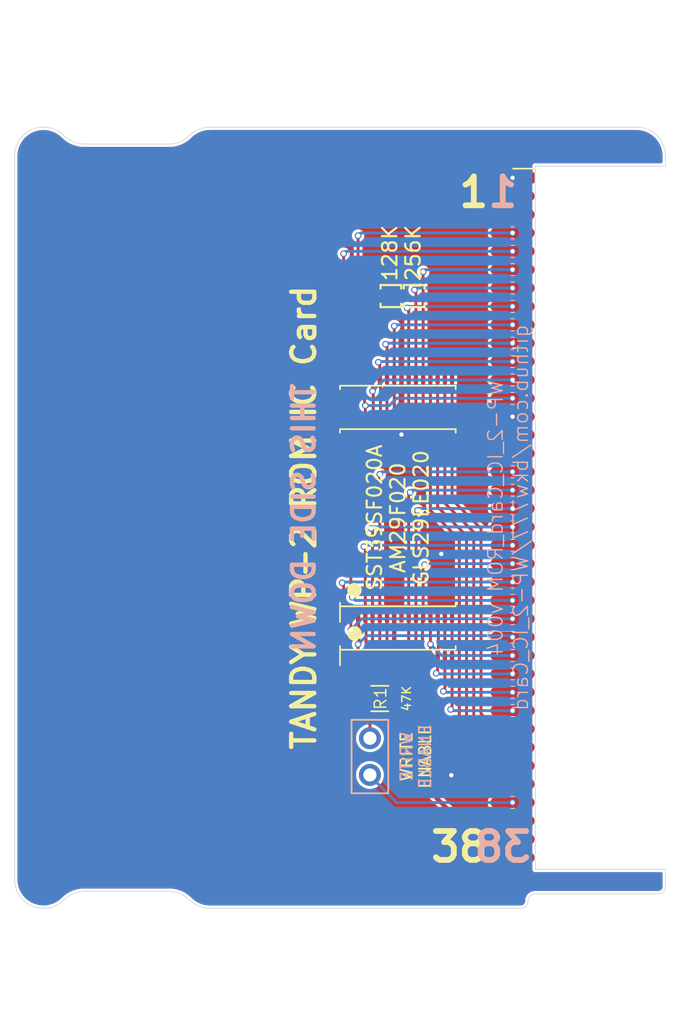
<source format=kicad_pcb>
(kicad_pcb (version 20211014) (generator pcbnew)
  (title_block (title "TANDY WP-2 ROM IC Card") (date "2021-09-23") (rev "004") (company "Brian K. White - b.kenyon.w@gmail.com"))
  (layers (0 "F.Cu" signal) (31 "B.Cu" signal) (35 "F.Paste" user) (36 "B.SilkS" user "B.Silkscreen") (37 "F.SilkS" user "F.Silkscreen") (38 "B.Mask" user) (39 "F.Mask" user) (44 "Edge.Cuts" user))
  (net 0 "")
  (net 1 "GND")
  (net 2 "/~{CE1}")
  (net 3 "/~{OE}")
  (net 4 "/D0")
  (net 5 "/D1")
  (net 6 "/D2")
  (net 7 "/D3")
  (net 8 "/D4")
  (net 9 "/D5")
  (net 10 "/D6")
  (net 11 "/D7")
  (net 12 "/A16")
  (net 13 "/A15")
  (net 14 "/A14")
  (net 15 "/A13")
  (net 16 "/A12")
  (net 17 "/A11")
  (net 18 "/A10")
  (net 19 "/A9")
  (net 20 "/A8")
  (net 21 "/A7")
  (net 22 "/A6")
  (net 23 "/A5")
  (net 24 "/A4")
  (net 25 "/A3")
  (net 26 "/A2")
  (net 27 "/A1")
  (net 28 "/A0")
  (net 29 "VDD")
  (net 30 "/A17")
  (net 31 "/~{WE}")
  (net 32 "/R~{W}")
  (footprint "0_LOCAL:PinSocket_1x38x1.27_edge_s" (layer "F.Cu") (at 158.75 99.695)
    (fp_text reference "J1" hide)
    (fp_text value "Conn_01x38_Female")
    (fp_line (start -1.524 -24.13) (end -0.127 -24.13) (layer "F.SilkS") (width 0.12))
    (fp_line (start -0.127 -24.13) (end -0.127 -23.9395) (layer "F.SilkS") (width 0.12))
    (pad "1" smd roundrect locked (at -1.57 -23.495) (size 3.048 0.762) (layers "F.Cu" "F.Paste" "F.Mask") (roundrect_rratio 0.1) (net 1 "GND"))
    (pad "2" smd oval locked (at -1.57 -22.225) (size 3.048 0.762) (layers "F.Cu" "F.Paste" "F.Mask"))
    (pad "3" smd oval locked (at -1.57 -20.955) (size 3.048 0.762) (layers "F.Cu" "F.Paste" "F.Mask"))
    (pad "4" smd oval locked (at -1.57 -19.685) (size 3.048 0.762) (layers "F.Cu" "F.Paste" "F.Mask") (net 2 "/~{CE1}"))
    (pad "5" smd oval locked (at -1.57 -18.415) (size 3.048 0.762) (layers "F.Cu" "F.Paste" "F.Mask") (net 3 "/~{OE}"))
    (pad "6" smd oval locked (at -1.57 -17.145) (size 3.048 0.762) (layers "F.Cu" "F.Paste" "F.Mask") (net 4 "/D0"))
    (pad "7" smd oval locked (at -1.57 -15.875) (size 3.048 0.762) (layers "F.Cu" "F.Paste" "F.Mask") (net 5 "/D1"))
    (pad "8" smd oval locked (at -1.57 -14.605) (size 3.048 0.762) (layers "F.Cu" "F.Paste" "F.Mask") (net 6 "/D2"))
    (pad "9" smd oval locked (at -1.57 -13.335) (size 3.048 0.762) (layers "F.Cu" "F.Paste" "F.Mask") (net 7 "/D3"))
    (pad "10" smd oval locked (at -1.57 -12.065) (size 3.048 0.762) (layers "F.Cu" "F.Paste" "F.Mask") (net 8 "/D4"))
    (pad "11" smd oval locked (at -1.57 -10.795) (size 3.048 0.762) (layers "F.Cu" "F.Paste" "F.Mask") (net 9 "/D5"))
    (pad "12" smd oval locked (at -1.57 -9.525) (size 3.048 0.762) (layers "F.Cu" "F.Paste" "F.Mask") (net 10 "/D6"))
    (pad "13" smd oval locked (at -1.57 -8.255) (size 3.048 0.762) (layers "F.Cu" "F.Paste" "F.Mask") (net 11 "/D7"))
    (pad "14" smd oval locked (at -1.57 -6.985) (size 3.048 0.762) (layers "F.Cu" "F.Paste" "F.Mask") (net 1 "GND"))
    (pad "15" smd oval locked (at -1.57 -5.715) (size 3.048 0.762) (layers "F.Cu" "F.Paste" "F.Mask"))
    (pad "16" smd oval locked (at -1.57 -4.445) (size 3.048 0.762) (layers "F.Cu" "F.Paste" "F.Mask"))
    (pad "17" smd oval locked (at -1.57 -3.175) (size 3.048 0.762) (layers "F.Cu" "F.Paste" "F.Mask") (net 30 "/A17"))
    (pad "18" smd oval locked (at -1.57 -1.905) (size 3.048 0.762) (layers "F.Cu" "F.Paste" "F.Mask") (net 12 "/A16"))
    (pad "19" smd oval locked (at -1.57 -0.635) (size 3.048 0.762) (layers "F.Cu" "F.Paste" "F.Mask") (net 13 "/A15"))
    (pad "20" smd oval locked (at -1.57 0.635) (size 3.048 0.762) (layers "F.Cu" "F.Paste" "F.Mask") (net 14 "/A14"))
    (pad "21" smd oval locked (at -1.57 1.905) (size 3.048 0.762) (layers "F.Cu" "F.Paste" "F.Mask") (net 15 "/A13"))
    (pad "22" smd oval locked (at -1.57 3.175) (size 3.048 0.762) (layers "F.Cu" "F.Paste" "F.Mask") (net 16 "/A12"))
    (pad "23" smd oval locked (at -1.57 4.445) (size 3.048 0.762) (layers "F.Cu" "F.Paste" "F.Mask") (net 17 "/A11"))
    (pad "24" smd oval locked (at -1.57 5.715) (size 3.048 0.762) (layers "F.Cu" "F.Paste" "F.Mask") (net 18 "/A10"))
    (pad "25" smd oval locked (at -1.57 6.985) (size 3.048 0.762) (layers "F.Cu" "F.Paste" "F.Mask") (net 19 "/A9"))
    (pad "26" smd oval locked (at -1.57 8.255) (size 3.048 0.762) (layers "F.Cu" "F.Paste" "F.Mask") (net 20 "/A8"))
    (pad "27" smd oval locked (at -1.57 9.525) (size 3.048 0.762) (layers "F.Cu" "F.Paste" "F.Mask") (net 21 "/A7"))
    (pad "28" smd oval locked (at -1.57 10.795) (size 3.048 0.762) (layers "F.Cu" "F.Paste" "F.Mask") (net 22 "/A6"))
    (pad "29" smd oval locked (at -1.57 12.065) (size 3.048 0.762) (layers "F.Cu" "F.Paste" "F.Mask") (net 23 "/A5"))
    (pad "30" smd oval locked (at -1.57 13.335) (size 3.048 0.762) (layers "F.Cu" "F.Paste" "F.Mask") (net 24 "/A4"))
    (pad "31" smd oval locked (at -1.57 14.605) (size 3.048 0.762) (layers "F.Cu" "F.Paste" "F.Mask") (net 25 "/A3"))
    (pad "32" smd oval locked (at -1.57 15.875) (size 3.048 0.762) (layers "F.Cu" "F.Paste" "F.Mask") (net 26 "/A2"))
    (pad "33" smd oval locked (at -1.57 17.145) (size 3.048 0.762) (layers "F.Cu" "F.Paste" "F.Mask") (net 27 "/A1"))
    (pad "34" smd oval locked (at -1.57 18.415) (size 3.048 0.762) (layers "F.Cu" "F.Paste" "F.Mask") (net 28 "/A0"))
    (pad "35" smd oval locked (at -1.57 19.685) (size 3.048 0.762) (layers "F.Cu" "F.Paste" "F.Mask") (net 32 "/R~{W}"))
    (pad "36" smd oval locked (at -1.57 20.955) (size 3.048 0.762) (layers "F.Cu" "F.Paste" "F.Mask"))
    (pad "37" smd oval locked (at -1.57 22.225) (size 3.048 0.762) (layers "F.Cu" "F.Paste" "F.Mask"))
    (pad "38" smd oval locked (at -1.57 23.495) (size 3.048 0.762) (layers "F.Cu" "F.Paste" "F.Mask") (net 29 "VDD"))
  )
  (footprint "0_LOCAL:R_0805" (layer "F.Cu") (at 148 112.195 180)
    (fp_text reference "R1" (at -0.05 0 90 unlocked) (layer "F.SilkS") (effects (font (size 0.8 0.8) (thickness 0.1))))
    (fp_text value "47K" (at -1.85 0 90) (layer "F.SilkS") (effects (font (size 0.6 0.6) (thickness 0.1))))
    (fp_line (start -0.6 -0.88) (end 0.6 -0.88) (layer "F.SilkS") (width 0.12))
    (fp_line (start 0.6 0.88) (end -0.6 0.88) (layer "F.SilkS") (width 0.12))
    (pad "1" smd roundrect locked (at -0.95 0 180) (size 0.7 1.3) (layers "F.Cu" "F.Paste" "F.Mask") (roundrect_rratio 0.1) (net 29 "VDD"))
    (pad "2" smd roundrect locked (at 0.95 0 180) (size 0.7 1.3) (layers "F.Cu" "F.Paste" "F.Mask") (roundrect_rratio 0.1) (net 31 "/~{WE}"))
  )
  (footprint "0_LOCAL:TSOP32-20mm" (layer "F.Cu") (at 149.25 99.695)
    (fp_text reference "U1" hide)
    (fp_text value "FLASH 256Kx8 5v Parallel")
    (fp_line (start 4 -9.125) (end -4 -9.125) (layer "F.SilkS") (width 0.12))
    (fp_line (start -4 10.2) (end -4 8.875) (layer "F.SilkS") (width 0.12))
    (fp_line (start -4 -9.125) (end -4 -8.875) (layer "F.SilkS") (width 0.12))
    (fp_line (start -4 9.125) (end 4 9.125) (layer "F.SilkS") (width 0.12))
    (fp_line (start 4 -9.125) (end 4 -8.875) (layer "F.SilkS") (width 0.12))
    (fp_line (start 4 9.125) (end 4 8.875) (layer "F.SilkS") (width 0.12))
    (fp_circle (center -3 8) (end -2.75 8) (layer "F.SilkS") (width 0.5) (fill none))
    (pad "1" smd roundrect locked (at -3.75 9.75) (size 0.3 1) (layers "F.Cu" "F.Paste" "F.Mask") (net 17 "/A11"))
    (pad "2" smd roundrect locked (at -3.25 9.75) (size 0.3 1) (layers "F.Cu" "F.Paste" "F.Mask") (net 19 "/A9"))
    (pad "3" smd roundrect locked (at -2.75 9.75) (size 0.3 1) (layers "F.Cu" "F.Paste" "F.Mask") (net 20 "/A8"))
    (pad "4" smd roundrect locked (at -2.25 9.75) (size 0.3 1) (layers "F.Cu" "F.Paste" "F.Mask") (net 15 "/A13"))
    (pad "5" smd roundrect locked (at -1.75 9.75) (size 0.3 1) (layers "F.Cu" "F.Paste" "F.Mask") (net 14 "/A14"))
    (pad "6" smd roundrect locked (at -1.25 9.75) (size 0.3 1) (layers "F.Cu" "F.Paste" "F.Mask") (net 30 "/A17"))
    (pad "7" smd roundrect locked (at -0.75 9.75) (size 0.3 1) (layers "F.Cu" "F.Paste" "F.Mask") (net 31 "/~{WE}"))
    (pad "8" smd roundrect locked (at -0.25 9.75) (size 0.3 1) (layers "F.Cu" "F.Paste" "F.Mask") (net 29 "VDD"))
    (pad "9" smd roundrect locked (at 0.25 9.75) (size 0.3 1) (layers "F.Cu" "F.Paste" "F.Mask"))
    (pad "10" smd roundrect locked (at 0.75 9.75) (size 0.3 1) (layers "F.Cu" "F.Paste" "F.Mask") (net 12 "/A16"))
    (pad "11" smd roundrect locked (at 1.25 9.75) (size 0.3 1) (layers "F.Cu" "F.Paste" "F.Mask") (net 13 "/A15"))
    (pad "12" smd roundrect locked (at 1.75 9.75) (size 0.3 1) (layers "F.Cu" "F.Paste" "F.Mask") (net 16 "/A12"))
    (pad "13" smd roundrect locked (at 2.25 9.75) (size 0.3 1) (layers "F.Cu" "F.Paste" "F.Mask") (net 21 "/A7"))
    (pad "14" smd roundrect locked (at 2.75 9.75) (size 0.3 1) (layers "F.Cu" "F.Paste" "F.Mask") (net 22 "/A6"))
    (pad "15" smd roundrect locked (at 3.25 9.75) (size 0.3 1) (layers "F.Cu" "F.Paste" "F.Mask") (net 23 "/A5"))
    (pad "16" smd roundrect locked (at 3.75 9.75) (size 0.3 1) (layers "F.Cu" "F.Paste" "F.Mask") (net 24 "/A4"))
    (pad "17" smd roundrect locked (at 3.75 -9.75) (size 0.3 1) (layers "F.Cu" "F.Paste" "F.Mask") (net 25 "/A3"))
    (pad "18" smd roundrect locked (at 3.25 -9.75) (size 0.3 1) (layers "F.Cu" "F.Paste" "F.Mask") (net 26 "/A2"))
    (pad "19" smd roundrect locked (at 2.75 -9.75) (size 0.3 1) (layers "F.Cu" "F.Paste" "F.Mask") (net 27 "/A1"))
    (pad "20" smd roundrect locked (at 2.25 -9.75) (size 0.3 1) (layers "F.Cu" "F.Paste" "F.Mask") (net 28 "/A0"))
    (pad "21" smd roundrect locked (at 1.75 -9.75) (size 0.3 1) (layers "F.Cu" "F.Paste" "F.Mask") (net 4 "/D0"))
    (pad "22" smd roundrect locked (at 1.25 -9.75) (size 0.3 1) (layers "F.Cu" "F.Paste" "F.Mask") (net 5 "/D1"))
    (pad "23" smd roundrect locked (at 0.75 -9.75) (size 0.3 1) (layers "F.Cu" "F.Paste" "F.Mask") (net 6 "/D2"))
    (pad "24" smd roundrect locked (at 0.25 -9.75) (size 0.3 1) (layers "F.Cu" "F.Paste" "F.Mask") (net 1 "GND"))
    (pad "25" smd roundrect locked (at -0.25 -9.75) (size 0.3 1) (layers "F.Cu" "F.Paste" "F.Mask") (net 7 "/D3"))
    (pad "26" smd roundrect locked (at -0.75 -9.75) (size 0.3 1) (layers "F.Cu" "F.Paste" "F.Mask") (net 8 "/D4"))
    (pad "27" smd roundrect locked (at -1.25 -9.75) (size 0.3 1) (layers "F.Cu" "F.Paste" "F.Mask") (net 9 "/D5"))
    (pad "28" smd roundrect locked (at -1.75 -9.75) (size 0.3 1) (layers "F.Cu" "F.Paste" "F.Mask") (net 10 "/D6"))
    (pad "29" smd roundrect locked (at -2.25 -9.75) (size 0.3 1) (layers "F.Cu" "F.Paste" "F.Mask") (net 11 "/D7"))
    (pad "30" smd roundrect locked (at -2.75 -9.75) (size 0.3 1) (layers "F.Cu" "F.Paste" "F.Mask") (net 2 "/~{CE1}"))
    (pad "31" smd roundrect locked (at -3.25 -9.75) (size 0.3 1) (layers "F.Cu" "F.Paste" "F.Mask") (net 18 "/A10"))
    (pad "32" smd roundrect locked (at -3.75 -9.75) (size 0.3 1) (layers "F.Cu" "F.Paste" "F.Mask") (net 3 "/~{OE}"))
  )
  (footprint "0_LOCAL:TSOP32-14mm" (layer "F.Cu") (at 149.25 99.695)
    (fp_text reference "U2" hide)
    (fp_text value "FLASH 256Kx8 5v Parallel")
    (fp_line (start 4 -6.125) (end 4 -5.875) (layer "F.SilkS") (width 0.12))
    (fp_line (start -4 -6.125) (end -4 -5.875) (layer "F.SilkS") (width 0.12))
    (fp_line (start 4 -6.125) (end -4 -6.125) (layer "F.SilkS") (width 0.12))
    (fp_line (start -4 7.2) (end -4 5.875) (layer "F.SilkS") (width 0.12))
    (fp_line (start 4 6.125) (end 4 5.875) (layer "F.SilkS") (width 0.12))
    (fp_line (start -4 6.125) (end 4 6.125) (layer "F.SilkS") (width 0.12))
    (fp_circle (center -3 5) (end -2.75 5) (layer "F.SilkS") (width 0.5) (fill none))
    (pad "1" smd roundrect locked (at -3.75 6.75) (size 0.3 1) (layers "F.Cu" "F.Paste" "F.Mask") (net 17 "/A11"))
    (pad "2" smd roundrect locked (at -3.25 6.75) (size 0.3 1) (layers "F.Cu" "F.Paste" "F.Mask") (net 19 "/A9"))
    (pad "3" smd roundrect locked (at -2.75 6.75) (size 0.3 1) (layers "F.Cu" "F.Paste" "F.Mask") (net 20 "/A8"))
    (pad "4" smd roundrect locked (at -2.25 6.75) (size 0.3 1) (layers "F.Cu" "F.Paste" "F.Mask") (net 15 "/A13"))
    (pad "5" smd roundrect locked (at -1.75 6.75) (size 0.3 1) (layers "F.Cu" "F.Paste" "F.Mask") (net 14 "/A14"))
    (pad "6" smd roundrect locked (at -1.25 6.75) (size 0.3 1) (layers "F.Cu" "F.Paste" "F.Mask") (net 30 "/A17"))
    (pad "7" smd roundrect locked (at -0.75 6.75) (size 0.3 1) (layers "F.Cu" "F.Paste" "F.Mask") (net 31 "/~{WE}"))
    (pad "8" smd roundrect locked (at -0.25 6.75) (size 0.3 1) (layers "F.Cu" "F.Paste" "F.Mask") (net 29 "VDD"))
    (pad "9" smd roundrect locked (at 0.25 6.75) (size 0.3 1) (layers "F.Cu" "F.Paste" "F.Mask"))
    (pad "10" smd roundrect locked (at 0.75 6.75) (size 0.3 1) (layers "F.Cu" "F.Paste" "F.Mask") (net 12 "/A16"))
    (pad "11" smd roundrect locked (at 1.25 6.75) (size 0.3 1) (layers "F.Cu" "F.Paste" "F.Mask") (net 13 "/A15"))
    (pad "12" smd roundrect locked (at 1.75 6.75) (size 0.3 1) (layers "F.Cu" "F.Paste" "F.Mask") (net 16 "/A12"))
    (pad "13" smd roundrect locked (at 2.25 6.75) (size 0.3 1) (layers "F.Cu" "F.Paste" "F.Mask") (net 21 "/A7"))
    (pad "14" smd roundrect locked (at 2.75 6.75) (size 0.3 1) (layers "F.Cu" "F.Paste" "F.Mask") (net 22 "/A6"))
    (pad "15" smd roundrect locked (at 3.25 6.75) (size 0.3 1) (layers "F.Cu" "F.Paste" "F.Mask") (net 23 "/A5"))
    (pad "16" smd roundrect locked (at 3.75 6.75) (size 0.3 1) (layers "F.Cu" "F.Paste" "F.Mask") (net 24 "/A4"))
    (pad "17" smd roundrect locked (at 3.75 -6.75) (size 0.3 1) (layers "F.Cu" "F.Paste" "F.Mask") (net 25 "/A3"))
    (pad "18" smd roundrect locked (at 3.25 -6.75) (size 0.3 1) (layers "F.Cu" "F.Paste" "F.Mask") (net 26 "/A2"))
    (pad "19" smd roundrect locked (at 2.75 -6.75) (size 0.3 1) (layers "F.Cu" "F.Paste" "F.Mask") (net 27 "/A1"))
    (pad "20" smd roundrect locked (at 2.25 -6.75) (size 0.3 1) (layers "F.Cu" "F.Paste" "F.Mask") (net 28 "/A0"))
    (pad "21" smd roundrect locked (at 1.75 -6.75) (size 0.3 1) (layers "F.Cu" "F.Paste" "F.Mask") (net 4 "/D0"))
    (pad "22" smd roundrect locked (at 1.25 -6.75) (size 0.3 1) (layers "F.Cu" "F.Paste" "F.Mask") (net 5 "/D1"))
    (pad "23" smd roundrect locked (at 0.75 -6.75) (size 0.3 1) (layers "F.Cu" "F.Paste" "F.Mask") (net 6 "/D2"))
    (pad "24" smd roundrect locked (at 0.25 -6.75) (size 0.3 1) (layers "F.Cu" "F.Paste" "F.Mask") (net 1 "GND"))
    (pad "25" smd roundrect locked (at -0.25 -6.75) (size 0.3 1) (layers "F.Cu" "F.Paste" "F.Mask") (net 7 "/D3"))
    (pad "26" smd roundrect locked (at -0.75 -6.75) (size 0.3 1) (layers "F.Cu" "F.Paste" "F.Mask") (net 8 "/D4"))
    (pad "27" smd roundrect locked (at -1.25 -6.75) (size 0.3 1) (layers "F.Cu" "F.Paste" "F.Mask") (net 9 "/D5"))
    (pad "28" smd roundrect locked (at -1.75 -6.75) (size 0.3 1) (layers "F.Cu" "F.Paste" "F.Mask") (net 10 "/D6"))
    (pad "29" smd roundrect locked (at -2.25 -6.75) (size 0.3 1) (layers "F.Cu" "F.Paste" "F.Mask") (net 11 "/D7"))
    (pad "30" smd roundrect locked (at -2.75 -6.75) (size 0.3 1) (layers "F.Cu" "F.Paste" "F.Mask") (net 2 "/~{CE1}"))
    (pad "31" smd roundrect locked (at -3.25 -6.75) (size 0.3 1) (layers "F.Cu" "F.Paste" "F.Mask") (net 18 "/A10"))
    (pad "32" smd roundrect locked (at -3.75 -6.75) (size 0.3 1) (layers "F.Cu" "F.Paste" "F.Mask") (net 3 "/~{OE}"))
  )
  (footprint "0_LOCAL:JP2" (layer "F.Cu") (at 147.32 116.205 90)
    (fp_text reference "JP1" hide)
    (fp_text value "Write-Enable" hide)
    (pad "1" thru_hole circle locked (at -1.27 0 90) (size 1.524 1.524) (drill 0.9144) (layers *.Cu *.Mask) (net 32 "/R~{W}"))
    (pad "2" thru_hole circle locked (at 1.27 0 90) (size 1.524 1.524) (drill 0.9144) (layers *.Cu *.Mask) (net 31 "/~{WE}"))
  )
  (gr_line (start 148.59 113.665) (end 146.05 113.665) (layer "B.SilkS") (width 0.12))
  (gr_line (start 146.05 113.665) (end 146.05 118.745) (layer "B.SilkS") (width 0.12))
  (gr_line (start 148.59 118.745) (end 148.59 113.665) (layer "B.SilkS") (width 0.12))
  (gr_line (start 146.05 118.745) (end 148.59 118.745) (layer "B.SilkS") (width 0.12))
  (gr_line (start 148.59 113.665) (end 146.05 113.665) (layer "F.SilkS") (width 0.12))
  (gr_line (start 146.05 113.665) (end 146.05 118.745) (layer "F.SilkS") (width 0.12))
  (gr_line (start 148.59 118.745) (end 148.59 113.665) (layer "F.SilkS") (width 0.12))
  (gr_line (start 146.05 118.745) (end 148.59 118.745) (layer "F.SilkS") (width 0.12))
  (gr_line (start 167.75 75.395) (end 158.75 75.395) (layer "Edge.Cuts") (width 0.05))
  (gr_line (start 136.25 72.695) (end 165.75 72.695) (layer "Edge.Cuts") (width 0.05))
  (gr_arc (start 136.25 126.695) (mid 135.484633 126.542759) (end 134.835786 126.109214) (layer "Edge.Cuts") (width 0.05))
  (gr_arc (start 127.578426 73.866573) (mid 126.813059 73.714332) (end 126.164212 73.280787) (layer "Edge.Cuts") (width 0.05))
  (gr_arc (start 134.835786 73.280786) (mid 134.186939 73.714332) (end 133.421572 73.866573) (layer "Edge.Cuts") (width 0.05))
  (gr_arc (start 133.421572 125.523427) (mid 134.186939 125.675668) (end 134.835786 126.109214) (layer "Edge.Cuts") (width 0.05))
  (gr_line (start 167.75 74.695) (end 167.75 75.395) (layer "Edge.Cuts") (width 0.05))
  (gr_line (start 127.578428 125.523427) (end 133.421572 125.523427) (layer "Edge.Cuts") (width 0.05))
  (gr_arc (start 126.164214 126.109214) (mid 126.813061 125.675668) (end 127.578428 125.523427) (layer "Edge.Cuts") (width 0.05))
  (gr_arc (start 122.75 74.695) (mid 123.984633 72.847242) (end 126.164212 73.280787) (layer "Edge.Cuts") (width 0.05))
  (gr_arc (start 165.75 72.695) (mid 167.164214 73.280786) (end 167.75 74.695) (layer "Edge.Cuts") (width 0.05))
  (gr_arc (start 167.75 125.195) (mid 167.603553 125.548553) (end 167.25 125.695) (layer "Edge.Cuts") (width 0.05))
  (gr_arc (start 126.164214 126.109214) (mid 123.984633 126.54276) (end 122.75 124.695) (layer "Edge.Cuts") (width 0.05))
  (gr_arc (start 158.25 126.195) (mid 158.396447 125.841447) (end 158.75 125.695) (layer "Edge.Cuts") (width 0.05))
  (gr_line (start 158.75 75.395) (end 158.75 123.995) (layer "Edge.Cuts") (width 0.05))
  (gr_line (start 122.75 124.695) (end 122.75 74.695) (layer "Edge.Cuts") (width 0.05))
  (gr_line (start 133.421572 73.866573) (end 127.578426 73.866573) (layer "Edge.Cuts") (width 0.05))
  (gr_arc (start 134.835786 73.280786) (mid 135.484633 72.84724) (end 136.25 72.695) (layer "Edge.Cuts") (width 0.05))
  (gr_line (start 158.75 123.995) (end 167.75 123.995) (layer "Edge.Cuts") (width 0.05))
  (gr_line (start 157.75 126.695) (end 136.25 126.695) (layer "Edge.Cuts") (width 0.05))
  (gr_line (start 167.25 125.695) (end 158.75 125.695) (layer "Edge.Cuts") (width 0.05))
  (gr_line (start 167.75 123.995) (end 167.75 125.195) (layer "Edge.Cuts") (width 0.05))
  (gr_arc (start 158.25 126.195) (mid 158.103553 126.548553) (end 157.75 126.695) (layer "Edge.Cuts") (width 0.05))
  (gr_text "github.com/bkw777/WP-2_IC_Card" (at 157.75 99.695 -270) (layer "B.SilkS") (effects (font (size 1 1) (thickness 0.1)) (justify mirror)))
  (gr_text "1" (at 156.5 77.195) (layer "B.SilkS") (effects (font (size 2 2) (thickness 0.4)) (justify mirror)))
  (gr_text "WRITE\nENABLE" (at 150.495 116.205 90) (layer "B.SilkS") (effects (font (size 0.8 0.8) (thickness 0.12)) (justify mirror)))
  (gr_text "WP-2_IC_Card_ROM v004" (at 156 99.695 90) (layer "B.SilkS") (effects (font (size 1 1) (thickness 0.1)) (justify mirror)))
  (gr_text "38" (at 156.5 122.445) (layer "B.SilkS") (effects (font (size 2 2) (thickness 0.4)) (justify mirror)))
  (gr_text "THIS SIDE DOWN" (at 142.75 99.695 90) (layer "B.SilkS") (effects (font (size 1.5 1.5) (thickness 0.3)) (justify mirror)))
  (gr_text "1" (at 154.5 77.195) (layer "F.SilkS") (effects (font (size 2 2) (thickness 0.4))))
  (gr_text "38" (at 153.5 122.445) (layer "F.SilkS") (effects (font (size 2 2) (thickness 0.4))))
  (gr_text "SST39SF020A\nAM29F020\nGLS29EE020" (at 149.25 99.695 90) (layer "F.SilkS") (effects (font (size 1 1))))
  (gr_text "[ ]128K\n[ ]256K" (at 149.5 82.445 90) (layer "F.SilkS") (effects (font (size 1 1))))
  (gr_text "WRITE\nENABLE" (at 150.495 116.205 90) (layer "F.SilkS") (effects (font (size 0.8 0.8) (thickness 0.12))))
  (gr_text "TANDY WP-2 ROM IC Card" (at 142.75 99.695 90) (layer "F.SilkS") (effects (font (size 1.6 1.6) (thickness 0.3))))
  (via (at 149.5 93.945) (size 0.46) (drill 0.3) (layers "F.Cu" "B.Cu") (net 1))
  (via (at 157.18 76.2) (size 0.46) (drill 0.3) (layers "F.Cu" "B.Cu") (net 1))
  (via (at 152.25 102.195) (size 0.46) (drill 0.3) (layers "F.Cu" "B.Cu") (net 1))
  (via (at 157.18 92.71) (size 0.46) (drill 0.3) (layers "F.Cu" "B.Cu") (net 1))
  (via (at 152.95 117.495) (size 0.46) (drill 0.3) (layers "F.Cu" "B.Cu") (net 1))
  (segment (start 146.5 89.945) (end 146.5 80.195) (width 0.2) (layer "F.Cu") (net 2))
  (segment (start 146.5 92.945) (end 146.45 92.895) (width 0.2) (layer "F.Cu") (net 2))
  (segment (start 146.45 92.895) (end 146.45 89.995) (width 0.2) (layer "F.Cu") (net 2))
  (segment (start 146.45 89.995) (end 146.5 89.945) (width 0.2) (layer "F.Cu") (net 2))
  (via (at 146.5 80.195) (size 0.46) (drill 0.3) (layers "F.Cu" "B.Cu") (net 2))
  (via (at 157.18 80.01) (size 0.46) (drill 0.3) (layers "F.Cu" "B.Cu") (net 2))
  (segment (start 146.5 80.195) (end 146.5 80.195) (width 0.2) (layer "B.Cu") (net 2))
  (segment (start 157.18 80.01) (end 146.685 80.01) (width 0.2) (layer "B.Cu") (net 2))
  (segment (start 146.685 80.01) (end 146.5 80.195) (width 0.2) (layer "B.Cu") (net 2))
  (segment (start 145.5 92.945) (end 145.5 89.945) (width 0.2) (layer "F.Cu") (net 3))
  (segment (start 145.5 89.945) (end 145.5 81.445) (width 0.2) (layer "F.Cu") (net 3))
  (via (at 157.18 81.28) (size 0.46) (drill 0.3) (layers "F.Cu" "B.Cu") (net 3))
  (via (at 145.5 81.445) (size 0.46) (drill 0.3) (layers "F.Cu" "B.Cu") (net 3))
  (segment (start 145.5 81.445) (end 145.5 81.445) (width 0.2) (layer "B.Cu") (net 3))
  (segment (start 145.665 81.28) (end 145.5 81.445) (width 0.2) (layer "B.Cu") (net 3))
  (segment (start 157.18 81.28) (end 145.665 81.28) (width 0.2) (layer "B.Cu") (net 3))
  (segment (start 151 89.945) (end 151 82.695) (width 0.2) (layer "F.Cu") (net 4))
  (segment (start 151 92.945) (end 151 89.945) (width 0.2) (layer "F.Cu") (net 4))
  (via (at 157.18 82.55) (size 0.46) (drill 0.3) (layers "F.Cu" "B.Cu") (net 4))
  (via (at 151 82.695) (size 0.46) (drill 0.3) (layers "F.Cu" "B.Cu") (net 4))
  (segment (start 151 82.695) (end 151 82.695) (width 0.2) (layer "B.Cu") (net 4))
  (segment (start 157.18 82.55) (end 151.145 82.55) (width 0.2) (layer "B.Cu") (net 4))
  (segment (start 151.145 82.55) (end 151 82.695) (width 0.2) (layer "B.Cu") (net 4))
  (segment (start 150.5 84.045) (end 150.4 83.945) (width 0.2) (layer "F.Cu") (net 5))
  (segment (start 150.5 92.945) (end 150.5 89.945) (width 0.2) (layer "F.Cu") (net 5))
  (segment (start 150.5 89.945) (end 150.5 84.045) (width 0.2) (layer "F.Cu") (net 5))
  (via (at 157.18 83.82) (size 0.46) (drill 0.3) (layers "F.Cu" "B.Cu") (net 5))
  (via (at 150.4 83.945) (size 0.46) (drill 0.3) (layers "F.Cu" "B.Cu") (net 5))
  (segment (start 150.4 83.945) (end 150.525 83.82) (width 0.2) (layer "B.Cu") (net 5))
  (segment (start 150.525 83.82) (end 157.18 83.82) (width 0.2) (layer "B.Cu") (net 5))
  (segment (start 150 92.945) (end 150 89.945) (width 0.2) (layer "F.Cu") (net 6))
  (segment (start 150 89.945) (end 150 85.295) (width 0.2) (layer "F.Cu") (net 6))
  (segment (start 150 85.295) (end 149.9 85.195) (width 0.2) (layer "F.Cu") (net 6))
  (via (at 149.9 85.195) (size 0.46) (drill 0.3) (layers "F.Cu" "B.Cu") (net 6))
  (via (at 157.18 85.09) (size 0.46) (drill 0.3) (layers "F.Cu" "B.Cu") (net 6))
  (segment (start 150 85.195) (end 150 85.195) (width 0.2) (layer "B.Cu") (net 6))
  (segment (start 150.005 85.09) (end 157.18 85.09) (width 0.2) (layer "B.Cu") (net 6))
  (segment (start 149.9 85.195) (end 150.005 85.09) (width 0.2) (layer "B.Cu") (net 6))
  (segment (start 149 89.945) (end 149 86.445) (width 0.2) (layer "F.Cu") (net 7))
  (segment (start 149 92.945) (end 149 89.945) (width 0.2) (layer "F.Cu") (net 7))
  (via (at 157.18 86.36) (size 0.46) (drill 0.3) (layers "F.Cu" "B.Cu") (net 7))
  (via (at 149 86.445) (size 0.46) (drill 0.3) (layers "F.Cu" "B.Cu") (net 7))
  (segment (start 149 86.445) (end 149 86.445) (width 0.2) (layer "B.Cu") (net 7))
  (segment (start 157.18 86.36) (end 149.085 86.36) (width 0.2) (layer "B.Cu") (net 7))
  (segment (start 149.085 86.36) (end 149 86.445) (width 0.2) (layer "B.Cu") (net 7))
  (segment (start 148.5 89.945) (end 148.5 87.795) (width 0.2) (layer "F.Cu") (net 8))
  (segment (start 148.5 87.795) (end 148.4 87.695) (width 0.2) (layer "F.Cu") (net 8))
  (segment (start 148.5 92.945) (end 148.5 89.945) (width 0.2) (layer "F.Cu") (net 8))
  (via (at 157.18 87.63) (size 0.46) (drill 0.3) (layers "F.Cu" "B.Cu") (net 8))
  (via (at 148.4 87.695) (size 0.46) (drill 0.3) (layers "F.Cu" "B.Cu") (net 8))
  (segment (start 148.465 87.63) (end 157.18 87.63) (width 0.2) (layer "B.Cu") (net 8))
  (segment (start 148.4 87.695) (end 148.465 87.63) (width 0.2) (layer "B.Cu") (net 8))
  (segment (start 148 89.945) (end 148 89.045) (width 0.2) (layer "F.Cu") (net 9))
  (segment (start 148.05 89.995) (end 148 89.945) (width 0.2) (layer "F.Cu") (net 9))
  (segment (start 148 92.945) (end 148.05 92.895) (width 0.2) (layer "F.Cu") (net 9))
  (segment (start 148 89.045) (end 147.9 88.945) (width 0.2) (layer "F.Cu") (net 9))
  (segment (start 148.05 92.895) (end 148.05 89.995) (width 0.2) (layer "F.Cu") (net 9))
  (via (at 157.18 88.9) (size 0.46) (drill 0.3) (layers "F.Cu" "B.Cu") (net 9))
  (via (at 147.9 88.945) (size 0.46) (drill 0.3) (layers "F.Cu" "B.Cu") (net 9))
  (segment (start 147.9 88.945) (end 147.945 88.9) (width 0.2) (layer "B.Cu") (net 9))
  (segment (start 147.945 88.9) (end 157.18 88.9) (width 0.2) (layer "B.Cu") (net 9))
  (segment (start 147.5 90.945) (end 147.5 89.945) (width 0.2) (layer "F.Cu") (net 10))
  (segment (start 147.55 92.895) (end 147.5 92.945) (width 0.2) (layer "F.Cu") (net 10))
  (segment (start 147.55 90.995) (end 147.55 92.895) (width 0.2) (layer "F.Cu") (net 10))
  (segment (start 147.5 90.945) (end 147.55 90.995) (width 0.2) (layer "F.Cu") (net 10))
  (via (at 147.5 90.945) (size 0.46) (drill 0.3) (layers "F.Cu" "B.Cu") (net 10))
  (via (at 157.18 90.17) (size 0.46) (drill 0.3) (layers "F.Cu" "B.Cu") (net 10))
  (segment (start 148.275 90.17) (end 157.18 90.17) (width 0.2) (layer "B.Cu") (net 10))
  (segment (start 147.5 90.945) (end 148.275 90.17) (width 0.2) (layer "B.Cu") (net 10))
  (segment (start 147 91.945) (end 146.95 91.895) (width 0.2) (layer "F.Cu") (net 11))
  (segment (start 146.95 89.995) (end 147 89.945) (width 0.2) (layer "F.Cu") (net 11))
  (segment (start 147 91.945) (end 147 92.945) (width 0.2) (layer "F.Cu") (net 11))
  (segment (start 146.95 91.895) (end 146.95 89.995) (width 0.2) (layer "F.Cu") (net 11))
  (via (at 157.18 91.44) (size 0.46) (drill 0.3) (layers "F.Cu" "B.Cu") (net 11))
  (via (at 147 91.945) (size 0.46) (drill 0.3) (layers "F.Cu" "B.Cu") (net 11))
  (segment (start 149.155 91.44) (end 157.18 91.44) (width 0.2) (layer "B.Cu") (net 11))
  (segment (start 147 91.945) (end 148.65 91.945) (width 0.2) (layer "B.Cu") (net 11))
  (segment (start 148.65 91.945) (end 149.155 91.44) (width 0.2) (layer "B.Cu") (net 11))
  (segment (start 150 98.045) (end 150.1 97.945) (width 0.2) (layer "F.Cu") (net 12))
  (segment (start 150 109.445) (end 150 106.445) (width 0.2) (layer "F.Cu") (net 12))
  (segment (start 150 106.445) (end 150 98.045) (width 0.2) (layer "F.Cu") (net 12))
  (via (at 157.18 97.79) (size 0.46) (drill 0.3) (layers "F.Cu" "B.Cu") (net 12))
  (via (at 150.1 97.945) (size 0.46) (drill 0.3) (layers "F.Cu" "B.Cu") (net 12))
  (segment (start 150.1 97.945) (end 150.255 97.79) (width 0.2) (layer "B.Cu") (net 12))
  (segment (start 150.255 97.79) (end 157.18 97.79) (width 0.2) (layer "B.Cu") (net 12))
  (segment (start 150.5 99.295) (end 150.6 99.195) (width 0.2) (layer "F.Cu") (net 13))
  (segment (start 150.5 106.445) (end 150.5 99.295) (width 0.2) (layer "F.Cu") (net 13))
  (segment (start 150.5 109.445) (end 150.5 106.445) (width 0.2) (layer "F.Cu") (net 13))
  (via (at 150.6 99.195) (size 0.46) (drill 0.3) (layers "F.Cu" "B.Cu") (net 13))
  (via (at 157.18 99.06) (size 0.46) (drill 0.3) (layers "F.Cu" "B.Cu") (net 13))
  (segment (start 150.735 99.06) (end 157.18 99.06) (width 0.2) (layer "B.Cu") (net 13))
  (segment (start 150.6 99.195) (end 150.735 99.06) (width 0.2) (layer "B.Cu") (net 13))
  (segment (start 147.5 109.445) (end 147.5 106.445) (width 0.2) (layer "F.Cu") (net 14))
  (segment (start 147.5 106.445) (end 147.5 100.545) (width 0.2) (layer "F.Cu") (net 14))
  (segment (start 147.5 100.545) (end 147.4 100.445) (width 0.2) (layer "F.Cu") (net 14))
  (via (at 147.4 100.445) (size 0.46) (drill 0.3) (layers "F.Cu" "B.Cu") (net 14))
  (via (at 157.18 100.33) (size 0.46) (drill 0.3) (layers "F.Cu" "B.Cu") (net 14))
  (segment (start 147.515 100.33) (end 157.18 100.33) (width 0.2) (layer "B.Cu") (net 14))
  (segment (start 147.4 100.445) (end 147.515 100.33) (width 0.2) (layer "B.Cu") (net 14))
  (segment (start 147 101.795) (end 146.9 101.695) (width 0.2) (layer "F.Cu") (net 15))
  (segment (start 147 106.445) (end 147 101.795) (width 0.2) (layer "F.Cu") (net 15))
  (segment (start 147.05 109.395) (end 147.05 106.495) (width 0.2) (layer "F.Cu") (net 15))
  (segment (start 147.05 106.495) (end 147 106.445) (width 0.2) (layer "F.Cu") (net 15))
  (segment (start 147 109.445) (end 147.05 109.395) (width 0.2) (layer "F.Cu") (net 15))
  (via (at 157.18 101.6) (size 0.46) (drill 0.3) (layers "F.Cu" "B.Cu") (net 15))
  (via (at 146.9 101.695) (size 0.46) (drill 0.3) (layers "F.Cu" "B.Cu") (net 15))
  (segment (start 146.995 101.6) (end 157.18 101.6) (width 0.2) (layer "B.Cu") (net 15))
  (segment (start 146.9 101.695) (end 146.995 101.6) (width 0.2) (layer "B.Cu") (net 15))
  (segment (start 150.95 109.395) (end 150.95 106.495) (width 0.2) (layer "F.Cu") (net 16))
  (segment (start 151 106.445) (end 151 103.045) (width 0.2) (layer "F.Cu") (net 16))
  (segment (start 150.95 106.495) (end 151 106.445) (width 0.2) (layer "F.Cu") (net 16))
  (segment (start 151 103.045) (end 151.1 102.945) (width 0.2) (layer "F.Cu") (net 16))
  (segment (start 151 109.445) (end 150.95 109.395) (width 0.2) (layer "F.Cu") (net 16))
  (via (at 151.1 102.945) (size 0.46) (drill 0.3) (layers "F.Cu" "B.Cu") (net 16))
  (via (at 157.18 102.87) (size 0.46) (drill 0.3) (layers "F.Cu" "B.Cu") (net 16))
  (segment (start 151.1 102.945) (end 151.175 102.87) (width 0.2) (layer "B.Cu") (net 16))
  (segment (start 151.175 102.87) (end 157.18 102.87) (width 0.2) (layer "B.Cu") (net 16))
  (segment (start 145.5 104.295) (end 145.4 104.195) (width 0.2) (layer "F.Cu") (net 17))
  (segment (start 145.45 106.495) (end 145.5 106.445) (width 0.2) (layer "F.Cu") (net 17))
  (segment (start 145.5 106.445) (end 145.5 104.295) (width 0.2) (layer "F.Cu") (net 17))
  (segment (start 145.45 109.395) (end 145.45 106.495) (width 0.2) (layer "F.Cu") (net 17))
  (segment (start 145.5 109.445) (end 145.45 109.395) (width 0.2) (layer "F.Cu") (net 17))
  (via (at 145.4 104.195) (size 0.46) (drill 0.3) (layers "F.Cu" "B.Cu") (net 17))
  (via (at 157.18 104.14) (size 0.46) (drill 0.3) (layers "F.Cu" "B.Cu") (net 17))
  (segment (start 145.4 104.195) (end 145.455 104.14) (width 0.2) (layer "B.Cu") (net 17))
  (segment (start 145.455 104.14) (end 157.18 104.14) (width 0.2) (layer "B.Cu") (net 17))
  (segment (start 146 92.945) (end 146 89.945) (width 0.2) (layer "F.Cu") (net 18))
  (segment (start 146 105.095) (end 146.1 105.195) (width 0.2) (layer "F.Cu") (net 18))
  (segment (start 146 92.945) (end 146 105.095) (width 0.2) (layer "F.Cu") (net 18))
  (via (at 157.18 105.41) (size 0.46) (drill 0.3) (layers "F.Cu" "B.Cu") (net 18))
  (via (at 146.1 105.195) (size 0.46) (drill 0.3) (layers "F.Cu" "B.Cu") (net 18))
  (segment (start 146.315 105.41) (end 157.18 105.41) (width 0.2) (layer "B.Cu") (net 18))
  (segment (start 146.1 105.195) (end 146.315 105.41) (width 0.2) (layer "B.Cu") (net 18))
  (segment (start 145.95 109.395) (end 145.95 107.495) (width 0.2) (layer "F.Cu") (net 19))
  (segment (start 146 107.445) (end 146 106.445) (width 0.2) (layer "F.Cu") (net 19))
  (segment (start 146 109.445) (end 145.95 109.395) (width 0.2) (layer "F.Cu") (net 19))
  (segment (start 145.95 107.495) (end 146 107.445) (width 0.2) (layer "F.Cu") (net 19))
  (via (at 157.18 106.68) (size 0.46) (drill 0.3) (layers "F.Cu" "B.Cu") (net 19))
  (via (at 146 107.445) (size 0.46) (drill 0.3) (layers "F.Cu" "B.Cu") (net 19))
  (segment (start 146 107.445) (end 146 107.445) (width 0.2) (layer "B.Cu") (net 19))
  (segment (start 146.765 106.68) (end 146 107.445) (width 0.2) (layer "B.Cu") (net 19))
  (segment (start 157.18 106.68) (end 146.765 106.68) (width 0.2) (layer "B.Cu") (net 19))
  (segment (start 146.55 108.395) (end 146.55 106.495) (width 0.2) (layer "F.Cu") (net 20))
  (segment (start 146.5 108.445) (end 146.55 108.395) (width 0.2) (layer "F.Cu") (net 20))
  (segment (start 146.55 106.495) (end 146.5 106.445) (width 0.2) (layer "F.Cu") (net 20))
  (segment (start 146.5 108.445) (end 146.5 109.445) (width 0.2) (layer "F.Cu") (net 20))
  (via (at 157.18 107.95) (size 0.46) (drill 0.3) (layers "F.Cu" "B.Cu") (net 20))
  (via (at 146.5 108.445) (size 0.46) (drill 0.3) (layers "F.Cu" "B.Cu") (net 20))
  (segment (start 146.5 108.445) (end 147.1 107.845) (width 0.2) (layer "B.Cu") (net 20))
  (segment (start 157.075 107.845) (end 157.18 107.95) (width 0.2) (layer "B.Cu") (net 20))
  (segment (start 147.1 107.845) (end 157.075 107.845) (width 0.2) (layer "B.Cu") (net 20))
  (segment (start 151.5 108.445) (end 151.5 106.445) (width 0.2) (layer "F.Cu") (net 21))
  (segment (start 151.5 109.445) (end 151.5 108.445) (width 0.2) (layer "F.Cu") (net 21))
  (via (at 151.5 108.445) (size 0.46) (drill 0.3) (layers "F.Cu" "B.Cu") (net 21))
  (via (at 157.18 109.22) (size 0.46) (drill 0.3) (layers "F.Cu" "B.Cu") (net 21))
  (segment (start 152.275 109.22) (end 157.18 109.22) (width 0.2) (layer "B.Cu") (net 21))
  (segment (start 151.5 108.445) (end 152.275 109.22) (width 0.2) (layer "B.Cu") (net 21))
  (segment (start 152 110.345) (end 151.9 110.445) (width 0.2) (layer "F.Cu") (net 22))
  (segment (start 152.05 109.395) (end 152.05 106.495) (width 0.2) (layer "F.Cu") (net 22))
  (segment (start 152 109.445) (end 152.05 109.395) (width 0.2) (layer "F.Cu") (net 22))
  (segment (start 152.05 106.495) (end 152 106.445) (width 0.2) (layer "F.Cu") (net 22))
  (segment (start 152 109.445) (end 152 110.345) (width 0.2) (layer "F.Cu") (net 22))
  (via (at 151.9 110.445) (size 0.46) (drill 0.3) (layers "F.Cu" "B.Cu") (net 22))
  (via (at 157.18 110.49) (size 0.46) (drill 0.3) (layers "F.Cu" "B.Cu") (net 22))
  (segment (start 151.9 110.445) (end 151.945 110.49) (width 0.2) (layer "B.Cu") (net 22))
  (segment (start 151.945 110.49) (end 157.18 110.49) (width 0.2) (layer "B.Cu") (net 22))
  (segment (start 152.5 109.445) (end 152.5 111.595) (width 0.2) (layer "F.Cu") (net 23))
  (segment (start 152.5 111.595) (end 152.4 111.695) (width 0.2) (layer "F.Cu") (net 23))
  (segment (start 152.5 109.445) (end 152.5 106.445) (width 0.2) (layer "F.Cu") (net 23))
  (via (at 157.18 111.76) (size 0.46) (drill 0.3) (layers "F.Cu" "B.Cu") (net 23))
  (via (at 152.4 111.695) (size 0.46) (drill 0.3) (layers "F.Cu" "B.Cu") (net 23))
  (segment (start 152.465 111.76) (end 157.18 111.76) (width 0.2) (layer "B.Cu") (net 23))
  (segment (start 152.4 111.695) (end 152.465 111.76) (width 0.2) (layer "B.Cu") (net 23))
  (segment (start 153 109.445) (end 153 106.445) (width 0.2) (layer "F.Cu") (net 24))
  (segment (start 153 109.445) (end 153 112.845) (width 0.2) (layer "F.Cu") (net 24))
  (segment (start 153 112.845) (end 152.9 112.945) (width 0.2) (layer "F.Cu") (net 24))
  (via (at 152.9 112.945) (size 0.46) (drill 0.3) (layers "F.Cu" "B.Cu") (net 24))
  (via (at 157.18 113.03) (size 0.46) (drill 0.3) (layers "F.Cu" "B.Cu") (net 24))
  (segment (start 152.9 112.945) (end 152.985 113.03) (width 0.2) (layer "B.Cu") (net 24))
  (segment (start 152.985 113.03) (end 157.18 113.03) (width 0.2) (layer "B.Cu") (net 24))
  (segment (start 155 113.245) (end 156.055 114.3) (width 0.2) (layer "F.Cu") (net 25))
  (segment (start 156.055 114.3) (end 157.18 114.3) (width 0.2) (layer "F.Cu") (net 25))
  (segment (start 153 92.945) (end 153 89.945) (width 0.2) (layer "F.Cu") (net 25))
  (segment (start 155 100.445) (end 155 113.245) (width 0.2) (layer "F.Cu") (net 25))
  (segment (start 153 98.445) (end 155 100.445) (width 0.2) (layer "F.Cu") (net 25))
  (segment (start 153 92.945) (end 153 98.445) (width 0.2) (layer "F.Cu") (net 25))
  (segment (start 156.075 115.57) (end 157.18 115.57) (width 0.2) (layer "F.Cu") (net 26))
  (segment (start 154.5 100.695) (end 154.5 113.995) (width 0.2) (layer "F.Cu") (net 26))
  (segment (start 152.5 92.945) (end 152.5 89.945) (width 0.2) (layer "F.Cu") (net 26))
  (segment (start 154.5 113.995) (end 156.075 115.57) (width 0.2) (layer "F.Cu") (net 26))
  (segment (start 152.5 98.695) (end 154.5 100.695) (width 0.2) (layer "F.Cu") (net 26))
  (segment (start 152.5 92.945) (end 152.5 98.695) (width 0.2) (layer "F.Cu") (net 26))
  (segment (start 152 92.945) (end 152 89.945) (width 0.2) (layer "F.Cu") (net 27))
  (segment (start 154 114.795) (end 156.045 116.84) (width 0.2) (layer "F.Cu") (net 27))
  (segment (start 154 100.945) (end 154 114.795) (width 0.2) (layer "F.Cu") (net 27))
  (segment (start 152 92.945) (end 152 98.945) (width 0.2) (layer "F.Cu") (net 27))
  (segment (start 152 98.945) (end 154 100.945) (width 0.2) (layer "F.Cu") (net 27))
  (segment (start 156.045 116.84) (end 157.18 116.84) (width 0.2) (layer "F.Cu") (net 27))
  (segment (start 153.5 115.545) (end 156.065 118.11) (width 0.2) (layer "F.Cu") (net 28))
  (segment (start 156.065 118.11) (end 157.18 118.11) (width 0.2) (layer "F.Cu") (net 28))
  (segment (start 151.5 99.195) (end 153.5 101.195) (width 0.2) (layer "F.Cu") (net 28))
  (segment (start 153.5 101.195) (end 153.5 115.545) (width 0.2) (layer "F.Cu") (net 28))
  (segment (start 151.5 92.945) (end 151.5 99.195) (width 0.2) (layer "F.Cu") (net 28))
  (segment (start 151.5 92.945) (end 151.5 89.945) (width 0.2) (layer "F.Cu") (net 28))
  (segment (start 149 106.445) (end 149 109.445) (width 0.3) (layer "F.Cu") (net 29))
  (segment (start 149 109.445) (end 149 112.145) (width 0.3) (layer "F.Cu") (net 29))
  (segment (start 157.18 123.19) (end 156.045 123.19) (width 0.3) (layer "F.Cu") (net 29))
  (segment (start 148.95 116.095) (end 148.95 112.195) (width 0.3) (layer "F.Cu") (net 29))
  (segment (start 156.045 123.19) (end 148.95 116.095) (width 0.3) (layer "F.Cu") (net 29))
  (segment (start 149 112.145) (end 148.95 112.195) (width 0.3) (layer "F.Cu") (net 29))
  (segment (start 148 106.445) (end 148 96.695) (width 0.2) (layer "F.Cu") (net 30))
  (segment (start 148 109.445) (end 148 106.445) (width 0.2) (layer "F.Cu") (net 30))
  (via (at 157.18 96.52) (size 0.46) (drill 0.3) (layers "F.Cu" "B.Cu") (net 30))
  (via (at 148 96.695) (size 0.46) (drill 0.3) (layers "F.Cu" "B.Cu") (net 30))
  (segment (start 148 96.695) (end 148 96.695) (width 0.2) (layer "B.Cu") (net 30))
  (segment (start 148.175 96.52) (end 148 96.695) (width 0.2) (layer "B.Cu") (net 30))
  (segment (start 157.18 96.52) (end 148.175 96.52) (width 0.2) (layer "B.Cu") (net 30))
  (segment (start 147.32 112.395) (end 147.32 114.935) (width 0.2) (layer "F.Cu") (net 31))
  (segment (start 147.05 111.895) (end 147.05 112.195) (width 0.2) (layer "F.Cu") (net 31))
  (segment (start 148.5 110.445) (end 147.05 111.895) (width 0.2) (layer "F.Cu") (net 31))
  (segment (start 148.5 109.445) (end 148.5 110.445) (width 0.2) (layer "F.Cu") (net 31))
  (segment (start 148.5 109.445) (end 148.5 106.445) (width 0.2) (layer "F.Cu") (net 31))
  (segment (start 147.05 112.195) (end 147.12 112.195) (width 0.2) (layer "F.Cu") (net 31))
  (segment (start 147.12 112.195) (end 147.32 112.395) (width 0.2) (layer "F.Cu") (net 31))
  (via (at 157.18 119.38) (size 0.46) (drill 0.3) (layers "F.Cu" "B.Cu") (net 32))
  (segment (start 157.18 119.38) (end 149.165 119.38) (width 0.2) (layer "B.Cu") (net 32))
  (segment (start 147.32 117.535) (end 147.32 117.475) (width 0.2) (layer "B.Cu") (net 32))
  (segment (start 149.165 119.38) (end 147.32 117.535) (width 0.2) (layer "B.Cu") (net 32))
  (zone (net 1) (net_name "GND") (layer "F.Cu") (connect_pads yes (clearance 0.2)) (min_thickness 0.2) (fill yes (thermal_gap 0.2) (thermal_bridge_width 0.4) (smoothing fillet) (radius 0.1))
    (polygon (pts (xy 167.75 126.695) (xy 122.75 126.695) (xy 122.75 72.695) (xy 167.75 72.695)))
  )
  (zone (net 1) (net_name "GND") (layer "B.Cu") (connect_pads yes (clearance 0.2)) (min_thickness 0.2) (fill yes (thermal_gap 0.2) (thermal_bridge_width 0.4) (smoothing fillet) (radius 0.1))
    (polygon (pts (xy 167.75 126.695) (xy 122.75 126.695) (xy 122.75 72.695) (xy 167.75 72.695)))
  )
)
</source>
